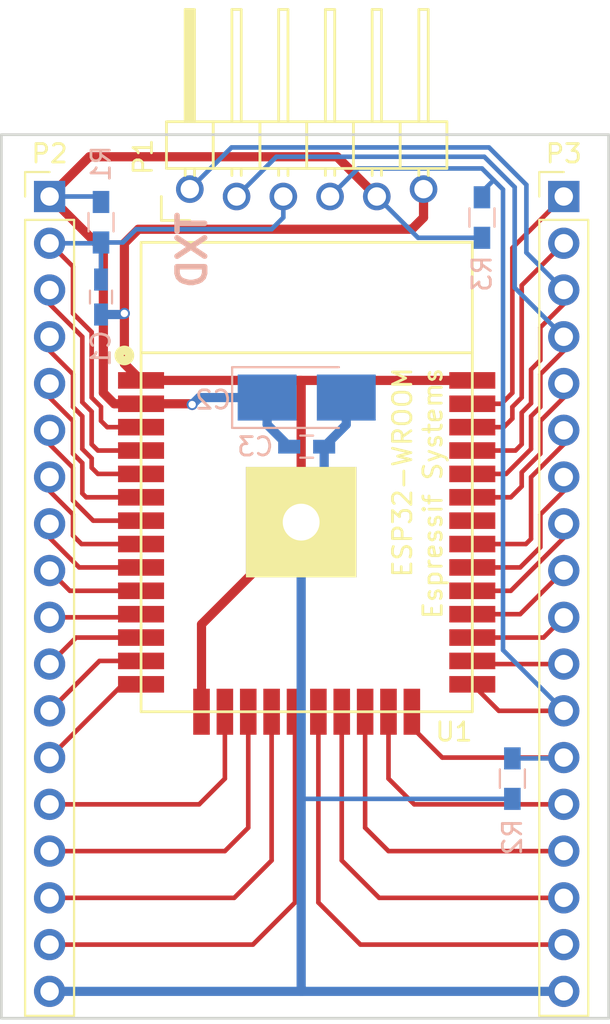
<source format=kicad_pcb>
(kicad_pcb (version 4) (host pcbnew 4.0.6)

  (general
    (links 57)
    (no_connects 0)
    (area 129.586667 75.484999 167.593334 132.945)
    (thickness 1.6)
    (drawings 5)
    (tracks 217)
    (zones 0)
    (modules 10)
    (nets 37)
  )

  (page A4)
  (layers
    (0 F.Cu signal)
    (31 B.Cu signal)
    (32 B.Adhes user)
    (33 F.Adhes user)
    (34 B.Paste user)
    (35 F.Paste user)
    (36 B.SilkS user)
    (37 F.SilkS user)
    (38 B.Mask user)
    (39 F.Mask user)
    (40 Dwgs.User user)
    (41 Cmts.User user)
    (42 Eco1.User user)
    (43 Eco2.User user)
    (44 Edge.Cuts user)
    (45 Margin user)
    (46 B.CrtYd user)
    (47 F.CrtYd user)
    (48 B.Fab user)
    (49 F.Fab user)
  )

  (setup
    (last_trace_width 0.25)
    (user_trace_width 0.5)
    (user_trace_width 1)
    (user_trace_width 1.5)
    (trace_clearance 0.2)
    (zone_clearance 0.508)
    (zone_45_only no)
    (trace_min 0.2)
    (segment_width 0.2)
    (edge_width 0.15)
    (via_size 0.6)
    (via_drill 0.4)
    (via_min_size 0.4)
    (via_min_drill 0.3)
    (uvia_size 0.3)
    (uvia_drill 0.1)
    (uvias_allowed no)
    (uvia_min_size 0.2)
    (uvia_min_drill 0.1)
    (pcb_text_width 0.3)
    (pcb_text_size 1.5 1.5)
    (mod_edge_width 0.15)
    (mod_text_size 1 1)
    (mod_text_width 0.15)
    (pad_size 6 6)
    (pad_drill 2)
    (pad_to_mask_clearance 0.2)
    (aux_axis_origin 0 0)
    (visible_elements 7FFFFFFF)
    (pcbplotparams
      (layerselection 0x00030_80000001)
      (usegerberextensions false)
      (excludeedgelayer true)
      (linewidth 0.100000)
      (plotframeref false)
      (viasonmask false)
      (mode 1)
      (useauxorigin false)
      (hpglpennumber 1)
      (hpglpenspeed 20)
      (hpglpendiameter 15)
      (hpglpenoverlay 2)
      (psnegative false)
      (psa4output false)
      (plotreference true)
      (plotvalue true)
      (plotinvisibletext false)
      (padsonsilk false)
      (subtractmaskfromsilk false)
      (outputformat 1)
      (mirror false)
      (drillshape 1)
      (scaleselection 1)
      (outputdirectory ""))
  )

  (net 0 "")
  (net 1 ~RST)
  (net 2 GND)
  (net 3 VCC)
  (net 4 TXD)
  (net 5 RXD)
  (net 6 ~FLASH)
  (net 7 "Net-(P2-Pad3)")
  (net 8 "Net-(P2-Pad4)")
  (net 9 "Net-(P2-Pad5)")
  (net 10 "Net-(P2-Pad6)")
  (net 11 "Net-(P2-Pad7)")
  (net 12 "Net-(P2-Pad8)")
  (net 13 "Net-(P2-Pad9)")
  (net 14 "Net-(P2-Pad10)")
  (net 15 "Net-(P2-Pad11)")
  (net 16 "Net-(P2-Pad12)")
  (net 17 "Net-(P2-Pad13)")
  (net 18 "Net-(P2-Pad14)")
  (net 19 "Net-(P2-Pad15)")
  (net 20 "Net-(P2-Pad16)")
  (net 21 "Net-(P2-Pad17)")
  (net 22 "Net-(P3-Pad1)")
  (net 23 "Net-(P3-Pad2)")
  (net 24 "Net-(P3-Pad5)")
  (net 25 "Net-(P3-Pad6)")
  (net 26 "Net-(P3-Pad7)")
  (net 27 "Net-(P3-Pad8)")
  (net 28 "Net-(P3-Pad9)")
  (net 29 "Net-(P3-Pad10)")
  (net 30 "Net-(P3-Pad11)")
  (net 31 "Net-(P3-Pad13)")
  (net 32 "Net-(P3-Pad14)")
  (net 33 "Net-(P3-Pad15)")
  (net 34 "Net-(P3-Pad16)")
  (net 35 "Net-(P3-Pad17)")
  (net 36 "Net-(U1-Pad32)")

  (net_class Default "This is the default net class."
    (clearance 0.2)
    (trace_width 0.25)
    (via_dia 0.6)
    (via_drill 0.4)
    (uvia_dia 0.3)
    (uvia_drill 0.1)
    (add_net GND)
    (add_net "Net-(P2-Pad10)")
    (add_net "Net-(P2-Pad11)")
    (add_net "Net-(P2-Pad12)")
    (add_net "Net-(P2-Pad13)")
    (add_net "Net-(P2-Pad14)")
    (add_net "Net-(P2-Pad15)")
    (add_net "Net-(P2-Pad16)")
    (add_net "Net-(P2-Pad17)")
    (add_net "Net-(P2-Pad3)")
    (add_net "Net-(P2-Pad4)")
    (add_net "Net-(P2-Pad5)")
    (add_net "Net-(P2-Pad6)")
    (add_net "Net-(P2-Pad7)")
    (add_net "Net-(P2-Pad8)")
    (add_net "Net-(P2-Pad9)")
    (add_net "Net-(P3-Pad1)")
    (add_net "Net-(P3-Pad10)")
    (add_net "Net-(P3-Pad11)")
    (add_net "Net-(P3-Pad13)")
    (add_net "Net-(P3-Pad14)")
    (add_net "Net-(P3-Pad15)")
    (add_net "Net-(P3-Pad16)")
    (add_net "Net-(P3-Pad17)")
    (add_net "Net-(P3-Pad2)")
    (add_net "Net-(P3-Pad5)")
    (add_net "Net-(P3-Pad6)")
    (add_net "Net-(P3-Pad7)")
    (add_net "Net-(P3-Pad8)")
    (add_net "Net-(P3-Pad9)")
    (add_net "Net-(U1-Pad32)")
    (add_net RXD)
    (add_net TXD)
    (add_net VCC)
    (add_net ~FLASH)
    (add_net ~RST)
  )

  (module Capacitors_SMD:C_0603_HandSoldering (layer B.Cu) (tedit 59927705) (tstamp 58DF828B)
    (at 137.414 91.821 270)
    (descr "Capacitor SMD 0603, hand soldering")
    (tags "capacitor 0603")
    (path /58D8B91A)
    (attr smd)
    (fp_text reference C1 (at 2.794 0 270) (layer B.SilkS)
      (effects (font (size 1 1) (thickness 0.15)) (justify mirror))
    )
    (fp_text value 1nF (at 0 -1.5 270) (layer B.Fab) hide
      (effects (font (size 1 1) (thickness 0.15)) (justify mirror))
    )
    (fp_text user %R (at 0 1.25 270) (layer B.Fab) hide
      (effects (font (size 1 1) (thickness 0.15)) (justify mirror))
    )
    (fp_line (start -0.8 -0.4) (end -0.8 0.4) (layer B.Fab) (width 0.1))
    (fp_line (start 0.8 -0.4) (end -0.8 -0.4) (layer B.Fab) (width 0.1))
    (fp_line (start 0.8 0.4) (end 0.8 -0.4) (layer B.Fab) (width 0.1))
    (fp_line (start -0.8 0.4) (end 0.8 0.4) (layer B.Fab) (width 0.1))
    (fp_line (start -0.35 0.6) (end 0.35 0.6) (layer B.SilkS) (width 0.12))
    (fp_line (start 0.35 -0.6) (end -0.35 -0.6) (layer B.SilkS) (width 0.12))
    (fp_line (start -1.8 0.65) (end 1.8 0.65) (layer B.CrtYd) (width 0.05))
    (fp_line (start -1.8 0.65) (end -1.8 -0.65) (layer B.CrtYd) (width 0.05))
    (fp_line (start 1.8 -0.65) (end 1.8 0.65) (layer B.CrtYd) (width 0.05))
    (fp_line (start 1.8 -0.65) (end -1.8 -0.65) (layer B.CrtYd) (width 0.05))
    (pad 1 smd rect (at -0.95 0 270) (size 1.2 0.75) (layers B.Cu B.Paste B.Mask)
      (net 1 ~RST))
    (pad 2 smd rect (at 0.95 0 270) (size 1.2 0.75) (layers B.Cu B.Paste B.Mask)
      (net 2 GND))
    (model Capacitors_SMD.3dshapes/C_0603.wrl
      (at (xyz 0 0 0))
      (scale (xyz 1 1 1))
      (rotate (xyz 0 0 0))
    )
  )

  (module Capacitors_Tantalum_SMD:CP_Tantalum_Case-B_EIA-3528-21_Hand (layer B.Cu) (tedit 59927676) (tstamp 58DF8291)
    (at 148.59 97.282)
    (descr "Tantalum capacitor, Case B, EIA 3528-21, 3.5x2.8x1.9mm, Hand soldering footprint")
    (tags "capacitor tantalum smd")
    (path /58D8C709)
    (attr smd)
    (fp_text reference C2 (at -5.08 0.127) (layer B.SilkS)
      (effects (font (size 1 1) (thickness 0.15)) (justify mirror))
    )
    (fp_text value 100uF/6.3V (at 0 -3.15) (layer B.Fab) hide
      (effects (font (size 1 1) (thickness 0.15)) (justify mirror))
    )
    (fp_line (start -4.15 1.75) (end -4.15 -1.75) (layer B.CrtYd) (width 0.05))
    (fp_line (start -4.15 -1.75) (end 4.15 -1.75) (layer B.CrtYd) (width 0.05))
    (fp_line (start 4.15 -1.75) (end 4.15 1.75) (layer B.CrtYd) (width 0.05))
    (fp_line (start 4.15 1.75) (end -4.15 1.75) (layer B.CrtYd) (width 0.05))
    (fp_line (start -1.75 1.4) (end -1.75 -1.4) (layer B.Fab) (width 0.1))
    (fp_line (start -1.75 -1.4) (end 1.75 -1.4) (layer B.Fab) (width 0.1))
    (fp_line (start 1.75 -1.4) (end 1.75 1.4) (layer B.Fab) (width 0.1))
    (fp_line (start 1.75 1.4) (end -1.75 1.4) (layer B.Fab) (width 0.1))
    (fp_line (start -1.4 1.4) (end -1.4 -1.4) (layer B.Fab) (width 0.1))
    (fp_line (start -1.225 1.4) (end -1.225 -1.4) (layer B.Fab) (width 0.1))
    (fp_line (start -4.05 1.65) (end 1.75 1.65) (layer B.SilkS) (width 0.12))
    (fp_line (start -4.05 -1.65) (end 1.75 -1.65) (layer B.SilkS) (width 0.12))
    (fp_line (start -4.05 1.65) (end -4.05 -1.65) (layer B.SilkS) (width 0.12))
    (pad 1 smd rect (at -2.15 0) (size 3.2 2.5) (layers B.Cu B.Paste B.Mask)
      (net 3 VCC))
    (pad 2 smd rect (at 2.15 0) (size 3.2 2.5) (layers B.Cu B.Paste B.Mask)
      (net 2 GND))
    (model Capacitors_Tantalum_SMD.3dshapes/CP_Tantalum_Case-B_EIA-3528-21.wrl
      (at (xyz 0 0 0))
      (scale (xyz 1 1 1))
      (rotate (xyz 0 0 0))
    )
  )

  (module Capacitors_SMD:C_0603_HandSoldering (layer B.Cu) (tedit 59927652) (tstamp 58DF8297)
    (at 148.59 99.949)
    (descr "Capacitor SMD 0603, hand soldering")
    (tags "capacitor 0603")
    (path /58D8C6B4)
    (attr smd)
    (fp_text reference C3 (at -2.794 0) (layer B.SilkS)
      (effects (font (size 1 1) (thickness 0.15)) (justify mirror))
    )
    (fp_text value 1uF (at 0 -1.5) (layer B.Fab) hide
      (effects (font (size 1 1) (thickness 0.15)) (justify mirror))
    )
    (fp_text user %R (at -5.588 1.397) (layer B.Fab) hide
      (effects (font (size 1 1) (thickness 0.15)) (justify mirror))
    )
    (fp_line (start -0.8 -0.4) (end -0.8 0.4) (layer B.Fab) (width 0.1))
    (fp_line (start 0.8 -0.4) (end -0.8 -0.4) (layer B.Fab) (width 0.1))
    (fp_line (start 0.8 0.4) (end 0.8 -0.4) (layer B.Fab) (width 0.1))
    (fp_line (start -0.8 0.4) (end 0.8 0.4) (layer B.Fab) (width 0.1))
    (fp_line (start -0.35 0.6) (end 0.35 0.6) (layer B.SilkS) (width 0.12))
    (fp_line (start 0.35 -0.6) (end -0.35 -0.6) (layer B.SilkS) (width 0.12))
    (fp_line (start -1.8 0.65) (end 1.8 0.65) (layer B.CrtYd) (width 0.05))
    (fp_line (start -1.8 0.65) (end -1.8 -0.65) (layer B.CrtYd) (width 0.05))
    (fp_line (start 1.8 -0.65) (end 1.8 0.65) (layer B.CrtYd) (width 0.05))
    (fp_line (start 1.8 -0.65) (end -1.8 -0.65) (layer B.CrtYd) (width 0.05))
    (pad 1 smd rect (at -0.95 0) (size 1.2 0.75) (layers B.Cu B.Paste B.Mask)
      (net 3 VCC))
    (pad 2 smd rect (at 0.95 0) (size 1.2 0.75) (layers B.Cu B.Paste B.Mask)
      (net 2 GND))
    (model Capacitors_SMD.3dshapes/C_0603.wrl
      (at (xyz 0 0 0))
      (scale (xyz 1 1 1))
      (rotate (xyz 0 0 0))
    )
  )

  (module suf_connector_misc:ESP_ISP (layer F.Cu) (tedit 599278BB) (tstamp 58DF82E2)
    (at 142.24 86.36 90)
    (descr "Through hole pin header")
    (tags "pin header")
    (path /58D65D4B)
    (fp_text reference P1 (at 2.159 -2.54 90) (layer F.SilkS)
      (effects (font (size 1 1) (thickness 0.15)))
    )
    (fp_text value ISP (at 2.032 15.24 90) (layer F.Fab)
      (effects (font (size 1 1) (thickness 0.15)))
    )
    (fp_line (start -1.5 -1.75) (end -1.5 14.45) (layer F.CrtYd) (width 0.05))
    (fp_line (start 10.65 -1.75) (end 10.65 14.45) (layer F.CrtYd) (width 0.05))
    (fp_line (start -1.5 -1.75) (end 10.65 -1.75) (layer F.CrtYd) (width 0.05))
    (fp_line (start -1.5 14.45) (end 10.65 14.45) (layer F.CrtYd) (width 0.05))
    (fp_line (start -1.3 -1.55) (end -1.3 0) (layer F.SilkS) (width 0.15))
    (fp_line (start 0 -1.55) (end -1.3 -1.55) (layer F.SilkS) (width 0.15))
    (fp_line (start 4.191 -0.127) (end 10.033 -0.127) (layer F.SilkS) (width 0.15))
    (fp_line (start 10.033 -0.127) (end 10.033 0.127) (layer F.SilkS) (width 0.15))
    (fp_line (start 10.033 0.127) (end 4.191 0.127) (layer F.SilkS) (width 0.15))
    (fp_line (start 4.191 0.127) (end 4.191 0) (layer F.SilkS) (width 0.15))
    (fp_line (start 4.191 0) (end 10.033 0) (layer F.SilkS) (width 0.15))
    (fp_line (start 1.524 -0.254) (end 1.143 -0.254) (layer F.SilkS) (width 0.15))
    (fp_line (start 1.524 0.254) (end 1.143 0.254) (layer F.SilkS) (width 0.15))
    (fp_line (start 1.524 2.286) (end 1.143 2.286) (layer F.SilkS) (width 0.15))
    (fp_line (start 1.524 2.794) (end 1.143 2.794) (layer F.SilkS) (width 0.15))
    (fp_line (start 1.524 4.826) (end 1.143 4.826) (layer F.SilkS) (width 0.15))
    (fp_line (start 1.524 5.334) (end 1.143 5.334) (layer F.SilkS) (width 0.15))
    (fp_line (start 1.524 12.954) (end 1.143 12.954) (layer F.SilkS) (width 0.15))
    (fp_line (start 1.524 12.446) (end 1.143 12.446) (layer F.SilkS) (width 0.15))
    (fp_line (start 1.524 10.414) (end 1.143 10.414) (layer F.SilkS) (width 0.15))
    (fp_line (start 1.524 9.906) (end 1.143 9.906) (layer F.SilkS) (width 0.15))
    (fp_line (start 1.524 7.874) (end 1.143 7.874) (layer F.SilkS) (width 0.15))
    (fp_line (start 1.524 7.366) (end 1.143 7.366) (layer F.SilkS) (width 0.15))
    (fp_line (start 1.524 -1.27) (end 4.064 -1.27) (layer F.SilkS) (width 0.15))
    (fp_line (start 1.524 1.27) (end 4.064 1.27) (layer F.SilkS) (width 0.15))
    (fp_line (start 1.524 1.27) (end 1.524 3.81) (layer F.SilkS) (width 0.15))
    (fp_line (start 1.524 3.81) (end 4.064 3.81) (layer F.SilkS) (width 0.15))
    (fp_line (start 4.064 2.286) (end 10.16 2.286) (layer F.SilkS) (width 0.15))
    (fp_line (start 10.16 2.286) (end 10.16 2.794) (layer F.SilkS) (width 0.15))
    (fp_line (start 10.16 2.794) (end 4.064 2.794) (layer F.SilkS) (width 0.15))
    (fp_line (start 4.064 3.81) (end 4.064 1.27) (layer F.SilkS) (width 0.15))
    (fp_line (start 4.064 1.27) (end 4.064 -1.27) (layer F.SilkS) (width 0.15))
    (fp_line (start 10.16 0.254) (end 4.064 0.254) (layer F.SilkS) (width 0.15))
    (fp_line (start 10.16 -0.254) (end 10.16 0.254) (layer F.SilkS) (width 0.15))
    (fp_line (start 4.064 -0.254) (end 10.16 -0.254) (layer F.SilkS) (width 0.15))
    (fp_line (start 1.524 1.27) (end 4.064 1.27) (layer F.SilkS) (width 0.15))
    (fp_line (start 1.524 -1.27) (end 1.524 1.27) (layer F.SilkS) (width 0.15))
    (fp_line (start 1.524 8.89) (end 4.064 8.89) (layer F.SilkS) (width 0.15))
    (fp_line (start 1.524 8.89) (end 1.524 11.43) (layer F.SilkS) (width 0.15))
    (fp_line (start 1.524 11.43) (end 4.064 11.43) (layer F.SilkS) (width 0.15))
    (fp_line (start 4.064 9.906) (end 10.16 9.906) (layer F.SilkS) (width 0.15))
    (fp_line (start 10.16 9.906) (end 10.16 10.414) (layer F.SilkS) (width 0.15))
    (fp_line (start 10.16 10.414) (end 4.064 10.414) (layer F.SilkS) (width 0.15))
    (fp_line (start 4.064 11.43) (end 4.064 8.89) (layer F.SilkS) (width 0.15))
    (fp_line (start 4.064 13.97) (end 4.064 11.43) (layer F.SilkS) (width 0.15))
    (fp_line (start 10.16 12.954) (end 4.064 12.954) (layer F.SilkS) (width 0.15))
    (fp_line (start 10.16 12.446) (end 10.16 12.954) (layer F.SilkS) (width 0.15))
    (fp_line (start 4.064 12.446) (end 10.16 12.446) (layer F.SilkS) (width 0.15))
    (fp_line (start 1.524 13.97) (end 4.064 13.97) (layer F.SilkS) (width 0.15))
    (fp_line (start 1.524 11.43) (end 1.524 13.97) (layer F.SilkS) (width 0.15))
    (fp_line (start 1.524 11.43) (end 4.064 11.43) (layer F.SilkS) (width 0.15))
    (fp_line (start 1.524 6.35) (end 4.064 6.35) (layer F.SilkS) (width 0.15))
    (fp_line (start 1.524 6.35) (end 1.524 8.89) (layer F.SilkS) (width 0.15))
    (fp_line (start 1.524 8.89) (end 4.064 8.89) (layer F.SilkS) (width 0.15))
    (fp_line (start 4.064 7.366) (end 10.16 7.366) (layer F.SilkS) (width 0.15))
    (fp_line (start 10.16 7.366) (end 10.16 7.874) (layer F.SilkS) (width 0.15))
    (fp_line (start 10.16 7.874) (end 4.064 7.874) (layer F.SilkS) (width 0.15))
    (fp_line (start 4.064 8.89) (end 4.064 6.35) (layer F.SilkS) (width 0.15))
    (fp_line (start 4.064 6.35) (end 4.064 3.81) (layer F.SilkS) (width 0.15))
    (fp_line (start 10.16 5.334) (end 4.064 5.334) (layer F.SilkS) (width 0.15))
    (fp_line (start 10.16 4.826) (end 10.16 5.334) (layer F.SilkS) (width 0.15))
    (fp_line (start 4.064 4.826) (end 10.16 4.826) (layer F.SilkS) (width 0.15))
    (fp_line (start 1.524 6.35) (end 4.064 6.35) (layer F.SilkS) (width 0.15))
    (fp_line (start 1.524 3.81) (end 1.524 6.35) (layer F.SilkS) (width 0.15))
    (fp_line (start 1.524 3.81) (end 4.064 3.81) (layer F.SilkS) (width 0.15))
    (pad 1 thru_hole circle (at 0.4 0 90) (size 1.5 1.5) (drill 1) (layers *.Cu *.Mask)
      (net 4 TXD))
    (pad 2 thru_hole circle (at 0 2.54 90) (size 1.5 1.5) (drill 1) (layers *.Cu *.Mask)
      (net 5 RXD))
    (pad 3 thru_hole circle (at 0 5.08 90) (size 1.5 1.5) (drill 1) (layers *.Cu *.Mask)
      (net 1 ~RST))
    (pad 4 thru_hole circle (at 0 7.62 90) (size 1.5 1.5) (drill 1) (layers *.Cu *.Mask)
      (net 6 ~FLASH))
    (pad 5 thru_hole circle (at 0 10.16 90) (size 1.5 1.5) (drill 1) (layers *.Cu *.Mask)
      (net 3 VCC))
    (pad 6 thru_hole circle (at 0.4 12.7 90) (size 1.5 1.5) (drill 1) (layers *.Cu *.Mask)
      (net 2 GND))
    (model Pin_Headers.3dshapes/Pin_Header_Angled_1x06.wrl
      (at (xyz 0 -0.25 0))
      (scale (xyz 1 1 1))
      (rotate (xyz 0 0 90))
    )
  )

  (module Pin_Headers:Pin_Header_Straight_1x18_Pitch2.54mm (layer F.Cu) (tedit 599275E9) (tstamp 58DF82F8)
    (at 134.62 86.36)
    (descr "Through hole straight pin header, 1x18, 2.54mm pitch, single row")
    (tags "Through hole pin header THT 1x18 2.54mm single row")
    (path /58D66096)
    (fp_text reference P2 (at 0 -2.33) (layer F.SilkS)
      (effects (font (size 1 1) (thickness 0.15)))
    )
    (fp_text value CONN_01X18 (at 0 45.51) (layer F.Fab) hide
      (effects (font (size 1 1) (thickness 0.15)))
    )
    (fp_line (start -1.27 -1.27) (end -1.27 44.45) (layer F.Fab) (width 0.1))
    (fp_line (start -1.27 44.45) (end 1.27 44.45) (layer F.Fab) (width 0.1))
    (fp_line (start 1.27 44.45) (end 1.27 -1.27) (layer F.Fab) (width 0.1))
    (fp_line (start 1.27 -1.27) (end -1.27 -1.27) (layer F.Fab) (width 0.1))
    (fp_line (start -1.33 1.27) (end -1.33 44.51) (layer F.SilkS) (width 0.12))
    (fp_line (start -1.33 44.51) (end 1.33 44.51) (layer F.SilkS) (width 0.12))
    (fp_line (start 1.33 44.51) (end 1.33 1.27) (layer F.SilkS) (width 0.12))
    (fp_line (start 1.33 1.27) (end -1.33 1.27) (layer F.SilkS) (width 0.12))
    (fp_line (start -1.33 0) (end -1.33 -1.33) (layer F.SilkS) (width 0.12))
    (fp_line (start -1.33 -1.33) (end 0 -1.33) (layer F.SilkS) (width 0.12))
    (fp_line (start -1.8 -1.8) (end -1.8 44.95) (layer F.CrtYd) (width 0.05))
    (fp_line (start -1.8 44.95) (end 1.8 44.95) (layer F.CrtYd) (width 0.05))
    (fp_line (start 1.8 44.95) (end 1.8 -1.8) (layer F.CrtYd) (width 0.05))
    (fp_line (start 1.8 -1.8) (end -1.8 -1.8) (layer F.CrtYd) (width 0.05))
    (fp_text user %R (at 0 -2.33) (layer F.Fab)
      (effects (font (size 1 1) (thickness 0.15)))
    )
    (pad 1 thru_hole rect (at 0 0) (size 1.7 1.7) (drill 1) (layers *.Cu *.Mask)
      (net 3 VCC))
    (pad 2 thru_hole oval (at 0 2.54) (size 1.7 1.7) (drill 1) (layers *.Cu *.Mask)
      (net 1 ~RST))
    (pad 3 thru_hole oval (at 0 5.08) (size 1.7 1.7) (drill 1) (layers *.Cu *.Mask)
      (net 7 "Net-(P2-Pad3)"))
    (pad 4 thru_hole oval (at 0 7.62) (size 1.7 1.7) (drill 1) (layers *.Cu *.Mask)
      (net 8 "Net-(P2-Pad4)"))
    (pad 5 thru_hole oval (at 0 10.16) (size 1.7 1.7) (drill 1) (layers *.Cu *.Mask)
      (net 9 "Net-(P2-Pad5)"))
    (pad 6 thru_hole oval (at 0 12.7) (size 1.7 1.7) (drill 1) (layers *.Cu *.Mask)
      (net 10 "Net-(P2-Pad6)"))
    (pad 7 thru_hole oval (at 0 15.24) (size 1.7 1.7) (drill 1) (layers *.Cu *.Mask)
      (net 11 "Net-(P2-Pad7)"))
    (pad 8 thru_hole oval (at 0 17.78) (size 1.7 1.7) (drill 1) (layers *.Cu *.Mask)
      (net 12 "Net-(P2-Pad8)"))
    (pad 9 thru_hole oval (at 0 20.32) (size 1.7 1.7) (drill 1) (layers *.Cu *.Mask)
      (net 13 "Net-(P2-Pad9)"))
    (pad 10 thru_hole oval (at 0 22.86) (size 1.7 1.7) (drill 1) (layers *.Cu *.Mask)
      (net 14 "Net-(P2-Pad10)"))
    (pad 11 thru_hole oval (at 0 25.4) (size 1.7 1.7) (drill 1) (layers *.Cu *.Mask)
      (net 15 "Net-(P2-Pad11)"))
    (pad 12 thru_hole oval (at 0 27.94) (size 1.7 1.7) (drill 1) (layers *.Cu *.Mask)
      (net 16 "Net-(P2-Pad12)"))
    (pad 13 thru_hole oval (at 0 30.48) (size 1.7 1.7) (drill 1) (layers *.Cu *.Mask)
      (net 17 "Net-(P2-Pad13)"))
    (pad 14 thru_hole oval (at 0 33.02) (size 1.7 1.7) (drill 1) (layers *.Cu *.Mask)
      (net 18 "Net-(P2-Pad14)"))
    (pad 15 thru_hole oval (at 0 35.56) (size 1.7 1.7) (drill 1) (layers *.Cu *.Mask)
      (net 19 "Net-(P2-Pad15)"))
    (pad 16 thru_hole oval (at 0 38.1) (size 1.7 1.7) (drill 1) (layers *.Cu *.Mask)
      (net 20 "Net-(P2-Pad16)"))
    (pad 17 thru_hole oval (at 0 40.64) (size 1.7 1.7) (drill 1) (layers *.Cu *.Mask)
      (net 21 "Net-(P2-Pad17)"))
    (pad 18 thru_hole oval (at 0 43.18) (size 1.7 1.7) (drill 1) (layers *.Cu *.Mask)
      (net 2 GND))
    (model ${KISYS3DMOD}/Pin_Headers.3dshapes/Pin_Header_Straight_1x18_Pitch2.54mm.wrl
      (at (xyz 0 -0.85 0))
      (scale (xyz 1 1 1))
      (rotate (xyz 0 0 90))
    )
  )

  (module Pin_Headers:Pin_Header_Straight_1x18_Pitch2.54mm (layer F.Cu) (tedit 599275F2) (tstamp 58DF830E)
    (at 162.56 86.36)
    (descr "Through hole straight pin header, 1x18, 2.54mm pitch, single row")
    (tags "Through hole pin header THT 1x18 2.54mm single row")
    (path /58D663E3)
    (fp_text reference P3 (at 0 -2.33) (layer F.SilkS)
      (effects (font (size 1 1) (thickness 0.15)))
    )
    (fp_text value CONN_01X18 (at 0 45.51) (layer F.Fab) hide
      (effects (font (size 1 1) (thickness 0.15)))
    )
    (fp_line (start -1.27 -1.27) (end -1.27 44.45) (layer F.Fab) (width 0.1))
    (fp_line (start -1.27 44.45) (end 1.27 44.45) (layer F.Fab) (width 0.1))
    (fp_line (start 1.27 44.45) (end 1.27 -1.27) (layer F.Fab) (width 0.1))
    (fp_line (start 1.27 -1.27) (end -1.27 -1.27) (layer F.Fab) (width 0.1))
    (fp_line (start -1.33 1.27) (end -1.33 44.51) (layer F.SilkS) (width 0.12))
    (fp_line (start -1.33 44.51) (end 1.33 44.51) (layer F.SilkS) (width 0.12))
    (fp_line (start 1.33 44.51) (end 1.33 1.27) (layer F.SilkS) (width 0.12))
    (fp_line (start 1.33 1.27) (end -1.33 1.27) (layer F.SilkS) (width 0.12))
    (fp_line (start -1.33 0) (end -1.33 -1.33) (layer F.SilkS) (width 0.12))
    (fp_line (start -1.33 -1.33) (end 0 -1.33) (layer F.SilkS) (width 0.12))
    (fp_line (start -1.8 -1.8) (end -1.8 44.95) (layer F.CrtYd) (width 0.05))
    (fp_line (start -1.8 44.95) (end 1.8 44.95) (layer F.CrtYd) (width 0.05))
    (fp_line (start 1.8 44.95) (end 1.8 -1.8) (layer F.CrtYd) (width 0.05))
    (fp_line (start 1.8 -1.8) (end -1.8 -1.8) (layer F.CrtYd) (width 0.05))
    (fp_text user %R (at 0 -2.33) (layer F.Fab)
      (effects (font (size 1 1) (thickness 0.15)))
    )
    (pad 1 thru_hole rect (at 0 0) (size 1.7 1.7) (drill 1) (layers *.Cu *.Mask)
      (net 22 "Net-(P3-Pad1)"))
    (pad 2 thru_hole oval (at 0 2.54) (size 1.7 1.7) (drill 1) (layers *.Cu *.Mask)
      (net 23 "Net-(P3-Pad2)"))
    (pad 3 thru_hole oval (at 0 5.08) (size 1.7 1.7) (drill 1) (layers *.Cu *.Mask)
      (net 4 TXD))
    (pad 4 thru_hole oval (at 0 7.62) (size 1.7 1.7) (drill 1) (layers *.Cu *.Mask)
      (net 5 RXD))
    (pad 5 thru_hole oval (at 0 10.16) (size 1.7 1.7) (drill 1) (layers *.Cu *.Mask)
      (net 24 "Net-(P3-Pad5)"))
    (pad 6 thru_hole oval (at 0 12.7) (size 1.7 1.7) (drill 1) (layers *.Cu *.Mask)
      (net 25 "Net-(P3-Pad6)"))
    (pad 7 thru_hole oval (at 0 15.24) (size 1.7 1.7) (drill 1) (layers *.Cu *.Mask)
      (net 26 "Net-(P3-Pad7)"))
    (pad 8 thru_hole oval (at 0 17.78) (size 1.7 1.7) (drill 1) (layers *.Cu *.Mask)
      (net 27 "Net-(P3-Pad8)"))
    (pad 9 thru_hole oval (at 0 20.32) (size 1.7 1.7) (drill 1) (layers *.Cu *.Mask)
      (net 28 "Net-(P3-Pad9)"))
    (pad 10 thru_hole oval (at 0 22.86) (size 1.7 1.7) (drill 1) (layers *.Cu *.Mask)
      (net 29 "Net-(P3-Pad10)"))
    (pad 11 thru_hole oval (at 0 25.4) (size 1.7 1.7) (drill 1) (layers *.Cu *.Mask)
      (net 30 "Net-(P3-Pad11)"))
    (pad 12 thru_hole oval (at 0 27.94) (size 1.7 1.7) (drill 1) (layers *.Cu *.Mask)
      (net 6 ~FLASH))
    (pad 13 thru_hole oval (at 0 30.48) (size 1.7 1.7) (drill 1) (layers *.Cu *.Mask)
      (net 31 "Net-(P3-Pad13)"))
    (pad 14 thru_hole oval (at 0 33.02) (size 1.7 1.7) (drill 1) (layers *.Cu *.Mask)
      (net 32 "Net-(P3-Pad14)"))
    (pad 15 thru_hole oval (at 0 35.56) (size 1.7 1.7) (drill 1) (layers *.Cu *.Mask)
      (net 33 "Net-(P3-Pad15)"))
    (pad 16 thru_hole oval (at 0 38.1) (size 1.7 1.7) (drill 1) (layers *.Cu *.Mask)
      (net 34 "Net-(P3-Pad16)"))
    (pad 17 thru_hole oval (at 0 40.64) (size 1.7 1.7) (drill 1) (layers *.Cu *.Mask)
      (net 35 "Net-(P3-Pad17)"))
    (pad 18 thru_hole oval (at 0 43.18) (size 1.7 1.7) (drill 1) (layers *.Cu *.Mask)
      (net 2 GND))
    (model ${KISYS3DMOD}/Pin_Headers.3dshapes/Pin_Header_Straight_1x18_Pitch2.54mm.wrl
      (at (xyz 0 -0.85 0))
      (scale (xyz 1 1 1))
      (rotate (xyz 0 0 90))
    )
  )

  (module Resistors_SMD:R_0603_HandSoldering (layer B.Cu) (tedit 599276DC) (tstamp 58DF8314)
    (at 137.414 87.757 270)
    (descr "Resistor SMD 0603, hand soldering")
    (tags "resistor 0603")
    (path /58D8B863)
    (attr smd)
    (fp_text reference R1 (at -3.175 0 270) (layer B.SilkS)
      (effects (font (size 1 1) (thickness 0.15)) (justify mirror))
    )
    (fp_text value 12K (at 0 -1.55 270) (layer B.Fab) hide
      (effects (font (size 1 1) (thickness 0.15)) (justify mirror))
    )
    (fp_text user %R (at 0 1.45 270) (layer B.Fab) hide
      (effects (font (size 1 1) (thickness 0.15)) (justify mirror))
    )
    (fp_line (start -0.8 -0.4) (end -0.8 0.4) (layer B.Fab) (width 0.1))
    (fp_line (start 0.8 -0.4) (end -0.8 -0.4) (layer B.Fab) (width 0.1))
    (fp_line (start 0.8 0.4) (end 0.8 -0.4) (layer B.Fab) (width 0.1))
    (fp_line (start -0.8 0.4) (end 0.8 0.4) (layer B.Fab) (width 0.1))
    (fp_line (start 0.5 -0.68) (end -0.5 -0.68) (layer B.SilkS) (width 0.12))
    (fp_line (start -0.5 0.68) (end 0.5 0.68) (layer B.SilkS) (width 0.12))
    (fp_line (start -1.96 0.7) (end 1.95 0.7) (layer B.CrtYd) (width 0.05))
    (fp_line (start -1.96 0.7) (end -1.96 -0.7) (layer B.CrtYd) (width 0.05))
    (fp_line (start 1.95 -0.7) (end 1.95 0.7) (layer B.CrtYd) (width 0.05))
    (fp_line (start 1.95 -0.7) (end -1.96 -0.7) (layer B.CrtYd) (width 0.05))
    (pad 1 smd rect (at -1.1 0 270) (size 1.2 0.9) (layers B.Cu B.Paste B.Mask)
      (net 3 VCC))
    (pad 2 smd rect (at 1.1 0 270) (size 1.2 0.9) (layers B.Cu B.Paste B.Mask)
      (net 1 ~RST))
    (model Resistors_SMD.3dshapes/R_0603.wrl
      (at (xyz 0 0 0))
      (scale (xyz 1 1 1))
      (rotate (xyz 0 0 0))
    )
  )

  (module Resistors_SMD:R_0603_HandSoldering (layer B.Cu) (tedit 59927747) (tstamp 58DF831A)
    (at 159.766 117.983 270)
    (descr "Resistor SMD 0603, hand soldering")
    (tags "resistor 0603")
    (path /58D8B79C)
    (attr smd)
    (fp_text reference R2 (at 3.175 0 270) (layer B.SilkS)
      (effects (font (size 1 1) (thickness 0.15)) (justify mirror))
    )
    (fp_text value 5.1K (at 0 -1.55 270) (layer B.Fab) hide
      (effects (font (size 1 1) (thickness 0.15)) (justify mirror))
    )
    (fp_text user %R (at 0 1.45 270) (layer B.Fab) hide
      (effects (font (size 1 1) (thickness 0.15)) (justify mirror))
    )
    (fp_line (start -0.8 -0.4) (end -0.8 0.4) (layer B.Fab) (width 0.1))
    (fp_line (start 0.8 -0.4) (end -0.8 -0.4) (layer B.Fab) (width 0.1))
    (fp_line (start 0.8 0.4) (end 0.8 -0.4) (layer B.Fab) (width 0.1))
    (fp_line (start -0.8 0.4) (end 0.8 0.4) (layer B.Fab) (width 0.1))
    (fp_line (start 0.5 -0.68) (end -0.5 -0.68) (layer B.SilkS) (width 0.12))
    (fp_line (start -0.5 0.68) (end 0.5 0.68) (layer B.SilkS) (width 0.12))
    (fp_line (start -1.96 0.7) (end 1.95 0.7) (layer B.CrtYd) (width 0.05))
    (fp_line (start -1.96 0.7) (end -1.96 -0.7) (layer B.CrtYd) (width 0.05))
    (fp_line (start 1.95 -0.7) (end 1.95 0.7) (layer B.CrtYd) (width 0.05))
    (fp_line (start 1.95 -0.7) (end -1.96 -0.7) (layer B.CrtYd) (width 0.05))
    (pad 1 smd rect (at -1.1 0 270) (size 1.2 0.9) (layers B.Cu B.Paste B.Mask)
      (net 31 "Net-(P3-Pad13)"))
    (pad 2 smd rect (at 1.1 0 270) (size 1.2 0.9) (layers B.Cu B.Paste B.Mask)
      (net 2 GND))
    (model Resistors_SMD.3dshapes/R_0603.wrl
      (at (xyz 0 0 0))
      (scale (xyz 1 1 1))
      (rotate (xyz 0 0 0))
    )
  )

  (module Resistors_SMD:R_0603_HandSoldering (layer B.Cu) (tedit 599276A3) (tstamp 58DF8320)
    (at 158.115 87.503 90)
    (descr "Resistor SMD 0603, hand soldering")
    (tags "resistor 0603")
    (path /58D8B6E6)
    (attr smd)
    (fp_text reference R3 (at -3.048 0 90) (layer B.SilkS)
      (effects (font (size 1 1) (thickness 0.15)) (justify mirror))
    )
    (fp_text value 5.1K (at 0 -1.55 90) (layer B.Fab) hide
      (effects (font (size 1 1) (thickness 0.15)) (justify mirror))
    )
    (fp_text user %R (at 0 1.45 90) (layer B.Fab) hide
      (effects (font (size 1 1) (thickness 0.15)) (justify mirror))
    )
    (fp_line (start -0.8 -0.4) (end -0.8 0.4) (layer B.Fab) (width 0.1))
    (fp_line (start 0.8 -0.4) (end -0.8 -0.4) (layer B.Fab) (width 0.1))
    (fp_line (start 0.8 0.4) (end 0.8 -0.4) (layer B.Fab) (width 0.1))
    (fp_line (start -0.8 0.4) (end 0.8 0.4) (layer B.Fab) (width 0.1))
    (fp_line (start 0.5 -0.68) (end -0.5 -0.68) (layer B.SilkS) (width 0.12))
    (fp_line (start -0.5 0.68) (end 0.5 0.68) (layer B.SilkS) (width 0.12))
    (fp_line (start -1.96 0.7) (end 1.95 0.7) (layer B.CrtYd) (width 0.05))
    (fp_line (start -1.96 0.7) (end -1.96 -0.7) (layer B.CrtYd) (width 0.05))
    (fp_line (start 1.95 -0.7) (end 1.95 0.7) (layer B.CrtYd) (width 0.05))
    (fp_line (start 1.95 -0.7) (end -1.96 -0.7) (layer B.CrtYd) (width 0.05))
    (pad 1 smd rect (at -1.1 0 90) (size 1.2 0.9) (layers B.Cu B.Paste B.Mask)
      (net 3 VCC))
    (pad 2 smd rect (at 1.1 0 90) (size 1.2 0.9) (layers B.Cu B.Paste B.Mask)
      (net 6 ~FLASH))
    (model Resistors_SMD.3dshapes/R_0603.wrl
      (at (xyz 0 0 0))
      (scale (xyz 1 1 1))
      (rotate (xyz 0 0 0))
    )
  )

  (module suf_module:ESP-WROOM-32 (layer F.Cu) (tedit 5992771F) (tstamp 58DF834B)
    (at 148.59 101.6 180)
    (path /58D65D0C)
    (fp_text reference U1 (at -8.001 -13.843 180) (layer F.SilkS)
      (effects (font (size 1 1) (thickness 0.15)))
    )
    (fp_text value ESP32-WROOM (at 3.937 -15.113 180) (layer F.Fab)
      (effects (font (size 1 1) (thickness 0.15)))
    )
    (fp_text user "Espressif Systems" (at -6.858 -0.889 270) (layer F.SilkS)
      (effects (font (size 1 1) (thickness 0.15)))
    )
    (fp_circle (center 9.906 6.604) (end 10.033 6.858) (layer F.SilkS) (width 0.5))
    (fp_text user ESP32-WROOM (at -5.207 0.254 270) (layer F.SilkS)
      (effects (font (size 1 1) (thickness 0.15)))
    )
    (fp_line (start -9 6.75) (end 9 6.75) (layer F.SilkS) (width 0.15))
    (fp_line (start 9 12.75) (end 9 -12.75) (layer F.SilkS) (width 0.15))
    (fp_line (start -9 12.75) (end -9 -12.75) (layer F.SilkS) (width 0.15))
    (fp_line (start -9 -12.75) (end 9 -12.75) (layer F.SilkS) (width 0.15))
    (fp_line (start -9 12.75) (end 9 12.75) (layer F.SilkS) (width 0.15))
    (pad 38 smd rect (at -9 5.25 180) (size 2.5 0.9) (layers F.Cu F.Paste F.Mask)
      (net 2 GND))
    (pad 37 smd rect (at -9 3.98 180) (size 2.5 0.9) (layers F.Cu F.Paste F.Mask)
      (net 22 "Net-(P3-Pad1)"))
    (pad 36 smd rect (at -9 2.71 180) (size 2.5 0.9) (layers F.Cu F.Paste F.Mask)
      (net 23 "Net-(P3-Pad2)"))
    (pad 35 smd rect (at -9 1.44 180) (size 2.5 0.9) (layers F.Cu F.Paste F.Mask)
      (net 4 TXD))
    (pad 34 smd rect (at -9 0.17 180) (size 2.5 0.9) (layers F.Cu F.Paste F.Mask)
      (net 5 RXD))
    (pad 33 smd rect (at -9 -1.1 180) (size 2.5 0.9) (layers F.Cu F.Paste F.Mask)
      (net 24 "Net-(P3-Pad5)"))
    (pad 32 smd rect (at -9 -2.37 180) (size 2.5 0.9) (layers F.Cu F.Paste F.Mask)
      (net 36 "Net-(U1-Pad32)"))
    (pad 31 smd rect (at -9 -3.64 180) (size 2.5 0.9) (layers F.Cu F.Paste F.Mask)
      (net 25 "Net-(P3-Pad6)"))
    (pad 30 smd rect (at -9 -4.91 180) (size 2.5 0.9) (layers F.Cu F.Paste F.Mask)
      (net 26 "Net-(P3-Pad7)"))
    (pad 29 smd rect (at -9 -6.18 180) (size 2.5 0.9) (layers F.Cu F.Paste F.Mask)
      (net 27 "Net-(P3-Pad8)"))
    (pad 28 smd rect (at -9 -7.45 180) (size 2.5 0.9) (layers F.Cu F.Paste F.Mask)
      (net 28 "Net-(P3-Pad9)"))
    (pad 27 smd rect (at -9 -8.72 180) (size 2.5 0.9) (layers F.Cu F.Paste F.Mask)
      (net 29 "Net-(P3-Pad10)"))
    (pad 26 smd rect (at -9 -9.99 180) (size 2.5 0.9) (layers F.Cu F.Paste F.Mask)
      (net 30 "Net-(P3-Pad11)"))
    (pad 25 smd rect (at -9 -11.26 180) (size 2.5 0.9) (layers F.Cu F.Paste F.Mask)
      (net 6 ~FLASH))
    (pad 24 smd rect (at -5.715 -12.75 180) (size 0.9 2.5) (layers F.Cu F.Paste F.Mask)
      (net 31 "Net-(P3-Pad13)"))
    (pad 23 smd rect (at -4.445 -12.75 180) (size 0.9 2.5) (layers F.Cu F.Paste F.Mask)
      (net 32 "Net-(P3-Pad14)"))
    (pad 22 smd rect (at -3.175 -12.75 180) (size 0.9 2.5) (layers F.Cu F.Paste F.Mask)
      (net 33 "Net-(P3-Pad15)"))
    (pad 21 smd rect (at -1.905 -12.75 180) (size 0.9 2.5) (layers F.Cu F.Paste F.Mask)
      (net 34 "Net-(P3-Pad16)"))
    (pad 20 smd rect (at -0.635 -12.75 180) (size 0.9 2.5) (layers F.Cu F.Paste F.Mask)
      (net 35 "Net-(P3-Pad17)"))
    (pad 19 smd rect (at 0.635 -12.75 180) (size 0.9 2.5) (layers F.Cu F.Paste F.Mask)
      (net 21 "Net-(P2-Pad17)"))
    (pad 18 smd rect (at 1.905 -12.75 180) (size 0.9 2.5) (layers F.Cu F.Paste F.Mask)
      (net 20 "Net-(P2-Pad16)"))
    (pad 17 smd rect (at 3.175 -12.75 180) (size 0.9 2.5) (layers F.Cu F.Paste F.Mask)
      (net 19 "Net-(P2-Pad15)"))
    (pad 16 smd rect (at 4.445 -12.75 180) (size 0.9 2.5) (layers F.Cu F.Paste F.Mask)
      (net 18 "Net-(P2-Pad14)"))
    (pad 15 smd rect (at 5.715 -12.75 180) (size 0.9 2.5) (layers F.Cu F.Paste F.Mask)
      (net 2 GND))
    (pad 14 smd rect (at 9 -11.26 180) (size 2.5 0.9) (layers F.Cu F.Paste F.Mask)
      (net 17 "Net-(P2-Pad13)"))
    (pad 13 smd rect (at 9 -9.99 180) (size 2.5 0.9) (layers F.Cu F.Paste F.Mask)
      (net 16 "Net-(P2-Pad12)"))
    (pad 12 smd rect (at 9 -8.72 180) (size 2.5 0.9) (layers F.Cu F.Paste F.Mask)
      (net 15 "Net-(P2-Pad11)"))
    (pad 11 smd rect (at 9 -7.45 180) (size 2.5 0.9) (layers F.Cu F.Paste F.Mask)
      (net 14 "Net-(P2-Pad10)"))
    (pad 10 smd rect (at 9 -6.18 180) (size 2.5 0.9) (layers F.Cu F.Paste F.Mask)
      (net 13 "Net-(P2-Pad9)"))
    (pad 9 smd rect (at 9 -4.91 180) (size 2.5 0.9) (layers F.Cu F.Paste F.Mask)
      (net 12 "Net-(P2-Pad8)"))
    (pad 8 smd rect (at 9 -3.64 180) (size 2.5 0.9) (layers F.Cu F.Paste F.Mask)
      (net 11 "Net-(P2-Pad7)"))
    (pad 7 smd rect (at 9 -2.37 180) (size 2.5 0.9) (layers F.Cu F.Paste F.Mask)
      (net 10 "Net-(P2-Pad6)"))
    (pad 6 smd rect (at 9 -1.1 180) (size 2.5 0.9) (layers F.Cu F.Paste F.Mask)
      (net 9 "Net-(P2-Pad5)"))
    (pad 5 smd rect (at 9 0.17 180) (size 2.5 0.9) (layers F.Cu F.Paste F.Mask)
      (net 8 "Net-(P2-Pad4)"))
    (pad 4 smd rect (at 9 1.44 180) (size 2.5 0.9) (layers F.Cu F.Paste F.Mask)
      (net 7 "Net-(P2-Pad3)"))
    (pad 3 smd rect (at 9 2.71 180) (size 2.5 0.9) (layers F.Cu F.Paste F.Mask)
      (net 1 ~RST))
    (pad 2 smd rect (at 9 3.98 180) (size 2.5 0.9) (layers F.Cu F.Paste F.Mask)
      (net 3 VCC))
    (pad 1 smd rect (at 9 5.25 180) (size 2.5 0.9) (layers F.Cu F.Paste F.Mask)
      (net 2 GND))
    (pad 39 thru_hole rect (at 0.3 -2.45 180) (size 6 6) (drill 2) (layers *.Cu *.Mask F.SilkS)
      (net 2 GND))
  )

  (gr_text TXD (at 142.367 89.281 90) (layer B.SilkS)
    (effects (font (size 1.5 1.5) (thickness 0.3)) (justify mirror))
  )
  (gr_line (start 132 131) (end 132 83) (angle 90) (layer Edge.Cuts) (width 0.15))
  (gr_line (start 165 131) (end 132 131) (angle 90) (layer Edge.Cuts) (width 0.15))
  (gr_line (start 165 83) (end 165 131) (angle 90) (layer Edge.Cuts) (width 0.15))
  (gr_line (start 132 83) (end 165 83) (angle 90) (layer Edge.Cuts) (width 0.15))

  (segment (start 139.59 98.89) (end 137.752 98.89) (width 0.25) (layer F.Cu) (net 1))
  (segment (start 135.89 90.17) (end 134.62 88.9) (width 0.25) (layer F.Cu) (net 1) (tstamp 58DF8F37))
  (segment (start 135.89 92.71) (end 135.89 90.17) (width 0.25) (layer F.Cu) (net 1) (tstamp 58DF8F32))
  (segment (start 136.906 93.726) (end 135.89 92.71) (width 0.25) (layer F.Cu) (net 1) (tstamp 58DF8F2C))
  (segment (start 136.906 97.282) (end 136.906 93.726) (width 0.25) (layer F.Cu) (net 1) (tstamp 58DF8F2A))
  (segment (start 137.414 97.79) (end 136.906 97.282) (width 0.25) (layer F.Cu) (net 1) (tstamp 58DF8F29))
  (segment (start 137.414 98.552) (end 137.414 97.79) (width 0.25) (layer F.Cu) (net 1) (tstamp 58DF8F26))
  (segment (start 137.752 98.89) (end 137.414 98.552) (width 0.25) (layer F.Cu) (net 1) (tstamp 58DF8F22))
  (segment (start 137.414 88.857) (end 138.6 88.857) (width 0.25) (layer B.Cu) (net 1))
  (segment (start 147.32 87.503) (end 147.32 86.36) (width 0.25) (layer B.Cu) (net 1) (tstamp 58DF8D84))
  (segment (start 146.685 88.138) (end 147.32 87.503) (width 0.25) (layer B.Cu) (net 1) (tstamp 58DF8D81))
  (segment (start 139.319 88.138) (end 146.685 88.138) (width 0.25) (layer B.Cu) (net 1) (tstamp 58DF8D7E))
  (segment (start 138.6 88.857) (end 139.319 88.138) (width 0.25) (layer B.Cu) (net 1) (tstamp 58DF8D78))
  (segment (start 137.414 88.857) (end 137.414 90.871) (width 0.25) (layer B.Cu) (net 1))
  (segment (start 134.62 88.9) (end 137.371 88.9) (width 0.25) (layer B.Cu) (net 1))
  (segment (start 137.371 88.9) (end 137.414 88.857) (width 0.25) (layer B.Cu) (net 1) (tstamp 58DF8C34))
  (segment (start 148.29 104.05) (end 148.29 96.35) (width 0.5) (layer F.Cu) (net 2))
  (segment (start 148.29 96.35) (end 148.247 96.393) (width 0.5) (layer F.Cu) (net 2) (tstamp 58E1F6D2))
  (segment (start 148.247 96.393) (end 148.209 96.393) (width 0.5) (layer F.Cu) (net 2) (tstamp 58E1F6DC))
  (segment (start 148.209 96.393) (end 148.209 96.35) (width 0.5) (layer F.Cu) (net 2) (tstamp 58E1F6DD))
  (segment (start 159.766 119.083) (end 148.29 119.083) (width 0.25) (layer B.Cu) (net 2))
  (segment (start 148.336 118.999) (end 148.29 118.999) (width 0.25) (layer B.Cu) (net 2) (tstamp 58E1F6BB))
  (segment (start 148.336 119.037) (end 148.336 118.999) (width 0.25) (layer B.Cu) (net 2) (tstamp 58E1F6BA))
  (segment (start 148.29 119.083) (end 148.336 119.037) (width 0.25) (layer B.Cu) (net 2) (tstamp 58E1F6B7))
  (segment (start 148.29 104.05) (end 148.29 118.999) (width 0.5) (layer B.Cu) (net 2))
  (segment (start 148.29 118.999) (end 148.29 129.54) (width 0.5) (layer B.Cu) (net 2) (tstamp 58E1F6BC))
  (segment (start 148.29 129.54) (end 148.336 129.494) (width 0.5) (layer B.Cu) (net 2) (tstamp 58E1F6A5))
  (segment (start 148.336 129.494) (end 148.336 129.413) (width 0.5) (layer B.Cu) (net 2) (tstamp 58E1F6AA))
  (segment (start 148.336 129.413) (end 148.336 129.54) (width 0.5) (layer B.Cu) (net 2) (tstamp 58E1F6AB))
  (segment (start 162.56 129.54) (end 148.336 129.54) (width 0.5) (layer B.Cu) (net 2))
  (segment (start 148.336 129.54) (end 134.62 129.54) (width 0.5) (layer B.Cu) (net 2) (tstamp 58E1F6AC))
  (segment (start 148.29 104.05) (end 148.29 104.186) (width 0.5) (layer F.Cu) (net 2))
  (segment (start 148.29 104.186) (end 142.875 109.601) (width 0.5) (layer F.Cu) (net 2) (tstamp 58E1F671))
  (segment (start 142.875 109.601) (end 142.875 114.35) (width 0.5) (layer F.Cu) (net 2) (tstamp 58E1F674))
  (segment (start 149.54 99.949) (end 149.54 102.8) (width 0.5) (layer B.Cu) (net 2))
  (segment (start 149.54 102.8) (end 148.29 104.05) (width 0.5) (layer B.Cu) (net 2) (tstamp 58E1F633))
  (segment (start 137.414 92.771) (end 138.623 92.771) (width 0.5) (layer B.Cu) (net 2))
  (via (at 138.684 92.71) (size 0.6) (drill 0.4) (layers F.Cu B.Cu) (net 2))
  (segment (start 138.623 92.771) (end 138.684 92.71) (width 0.5) (layer B.Cu) (net 2) (tstamp 58DF901D))
  (segment (start 139.59 96.35) (end 148.209 96.35) (width 0.5) (layer F.Cu) (net 2))
  (segment (start 148.209 96.35) (end 157.59 96.35) (width 0.5) (layer F.Cu) (net 2) (tstamp 58E1F6DE))
  (segment (start 150.74 97.282) (end 150.74 98.749) (width 0.5) (layer B.Cu) (net 2))
  (segment (start 150.74 98.749) (end 149.54 99.949) (width 0.5) (layer B.Cu) (net 2) (tstamp 58DF8FE1))
  (segment (start 139.59 96.35) (end 138.684 95.444) (width 0.5) (layer F.Cu) (net 2))
  (segment (start 154.94 87.503) (end 154.94 85.96) (width 0.5) (layer F.Cu) (net 2) (tstamp 58DF8D17))
  (segment (start 154.305 88.138) (end 154.94 87.503) (width 0.5) (layer F.Cu) (net 2) (tstamp 58DF8D16))
  (segment (start 139.446 88.138) (end 154.305 88.138) (width 0.5) (layer F.Cu) (net 2) (tstamp 58DF8D0F))
  (segment (start 138.684 88.9) (end 139.446 88.138) (width 0.5) (layer F.Cu) (net 2) (tstamp 58DF8D06))
  (segment (start 138.684 95.444) (end 138.684 92.71) (width 0.5) (layer F.Cu) (net 2) (tstamp 58DF8D02))
  (segment (start 138.684 92.71) (end 138.684 88.9) (width 0.5) (layer F.Cu) (net 2) (tstamp 58DF9028))
  (segment (start 152.4 86.36) (end 154.643 88.603) (width 0.25) (layer B.Cu) (net 3) (status 400000))
  (segment (start 154.643 88.603) (end 158.115 88.603) (width 0.25) (layer B.Cu) (net 3) (tstamp 599278C1) (status 800000))
  (segment (start 146.44 97.282) (end 146.44 98.749) (width 0.5) (layer B.Cu) (net 3))
  (segment (start 146.44 98.749) (end 147.64 99.949) (width 0.5) (layer B.Cu) (net 3) (tstamp 58DF8FDD))
  (segment (start 146.44 97.282) (end 142.748 97.282) (width 0.5) (layer B.Cu) (net 3))
  (segment (start 142.324 97.62) (end 139.59 97.62) (width 0.5) (layer F.Cu) (net 3) (tstamp 58DF8FD1))
  (segment (start 142.367 97.663) (end 142.324 97.62) (width 0.5) (layer F.Cu) (net 3) (tstamp 58DF8FD0))
  (via (at 142.367 97.663) (size 0.6) (drill 0.4) (layers F.Cu B.Cu) (net 3))
  (segment (start 142.748 97.282) (end 142.367 97.663) (width 0.5) (layer B.Cu) (net 3) (tstamp 58DF8FC9))
  (segment (start 139.59 97.62) (end 138.133 97.62) (width 0.5) (layer F.Cu) (net 3))
  (segment (start 137.541 89.281) (end 134.62 86.36) (width 0.5) (layer F.Cu) (net 3) (tstamp 58DF8F56))
  (segment (start 137.541 97.028) (end 137.541 89.281) (width 0.5) (layer F.Cu) (net 3) (tstamp 58DF8F55))
  (segment (start 138.133 97.62) (end 137.541 97.028) (width 0.5) (layer F.Cu) (net 3) (tstamp 58DF8F52))
  (segment (start 152.103 86.657) (end 152.4 86.36) (width 0.25) (layer B.Cu) (net 3) (tstamp 58DF8D5B))
  (segment (start 134.62 86.36) (end 136.779 84.201) (width 0.5) (layer F.Cu) (net 3))
  (segment (start 150.241 84.201) (end 152.4 86.36) (width 0.5) (layer F.Cu) (net 3) (tstamp 58DF8CB8))
  (segment (start 136.779 84.201) (end 150.241 84.201) (width 0.5) (layer F.Cu) (net 3) (tstamp 58DF8CB1))
  (segment (start 134.62 86.36) (end 137.117 86.36) (width 0.25) (layer B.Cu) (net 3))
  (segment (start 137.117 86.36) (end 137.414 86.657) (width 0.25) (layer B.Cu) (net 3) (tstamp 58DF8C31))
  (segment (start 162.56 91.44) (end 160.528 89.408) (width 0.25) (layer B.Cu) (net 4))
  (segment (start 144.507 83.693) (end 142.24 85.96) (width 0.25) (layer B.Cu) (net 4) (tstamp 58DF8DED))
  (segment (start 158.496 83.693) (end 144.507 83.693) (width 0.25) (layer B.Cu) (net 4) (tstamp 58DF8DE4))
  (segment (start 160.528 85.725) (end 158.496 83.693) (width 0.25) (layer B.Cu) (net 4) (tstamp 58DF8DE3))
  (segment (start 160.528 89.408) (end 160.528 85.725) (width 0.25) (layer B.Cu) (net 4) (tstamp 58DF8DE0))
  (segment (start 157.59 100.16) (end 159.936 100.16) (width 0.25) (layer F.Cu) (net 4))
  (segment (start 161.29 93.472) (end 162.56 92.202) (width 0.25) (layer F.Cu) (net 4) (tstamp 58DF8938))
  (segment (start 161.29 95.25) (end 161.29 93.472) (width 0.25) (layer F.Cu) (net 4) (tstamp 58DF8935))
  (segment (start 160.782 95.758) (end 161.29 95.25) (width 0.25) (layer F.Cu) (net 4) (tstamp 58DF8930))
  (segment (start 160.782 97.593998) (end 160.782 95.758) (width 0.25) (layer F.Cu) (net 4) (tstamp 58DF892F))
  (segment (start 160.274 98.101998) (end 160.782 97.593998) (width 0.25) (layer F.Cu) (net 4) (tstamp 58DF892B))
  (segment (start 160.274 99.822) (end 160.274 98.101998) (width 0.25) (layer F.Cu) (net 4) (tstamp 58DF892A))
  (segment (start 159.936 100.16) (end 160.274 99.822) (width 0.25) (layer F.Cu) (net 4) (tstamp 58DF8926))
  (segment (start 162.56 92.202) (end 162.56 91.44) (width 0.25) (layer F.Cu) (net 4) (tstamp 58DF893B))
  (segment (start 144.78 86.36) (end 146.939 84.201) (width 0.25) (layer B.Cu) (net 5))
  (segment (start 159.893 91.313) (end 162.56 93.98) (width 0.25) (layer B.Cu) (net 5) (tstamp 58DF8DAF))
  (segment (start 159.893 85.852) (end 159.893 91.313) (width 0.25) (layer B.Cu) (net 5) (tstamp 58DF8DA9))
  (segment (start 158.242 84.201) (end 159.893 85.852) (width 0.25) (layer B.Cu) (net 5) (tstamp 58DF8D9F))
  (segment (start 146.939 84.201) (end 158.242 84.201) (width 0.25) (layer B.Cu) (net 5) (tstamp 58DF8D93))
  (segment (start 157.59 101.43) (end 159.428 101.43) (width 0.25) (layer F.Cu) (net 5))
  (segment (start 161.29 96.012) (end 162.56 94.742) (width 0.25) (layer F.Cu) (net 5) (tstamp 58DF88F4))
  (segment (start 161.29 97.79) (end 161.29 96.012) (width 0.25) (layer F.Cu) (net 5) (tstamp 58DF88F1))
  (segment (start 160.782 98.298) (end 161.29 97.79) (width 0.25) (layer F.Cu) (net 5) (tstamp 58DF88EC))
  (segment (start 160.782 100.076) (end 160.782 98.298) (width 0.25) (layer F.Cu) (net 5) (tstamp 58DF88DD))
  (segment (start 159.428 101.43) (end 160.782 100.076) (width 0.25) (layer F.Cu) (net 5) (tstamp 58DF88D8))
  (segment (start 162.56 94.742) (end 162.56 93.98) (width 0.25) (layer F.Cu) (net 5) (tstamp 58DF8900))
  (segment (start 158.115 86.403) (end 158.115 86.106) (width 0.25) (layer B.Cu) (net 6) (status C00000))
  (segment (start 158.115 86.106) (end 158.75 85.471) (width 0.25) (layer B.Cu) (net 6) (tstamp 599278BC) (status 400000))
  (segment (start 149.86 86.36) (end 151.384 84.836) (width 0.25) (layer B.Cu) (net 6))
  (segment (start 159.258 110.998) (end 162.56 114.3) (width 0.25) (layer B.Cu) (net 6) (tstamp 58DF8ECA))
  (segment (start 159.258 85.979) (end 159.258 110.998) (width 0.25) (layer B.Cu) (net 6) (tstamp 58DF8EC5))
  (segment (start 158.115 84.836) (end 158.75 85.471) (width 0.25) (layer B.Cu) (net 6) (tstamp 58DF8EC2))
  (segment (start 158.75 85.471) (end 159.258 85.979) (width 0.25) (layer B.Cu) (net 6) (tstamp 599278BF))
  (segment (start 151.384 84.836) (end 158.115 84.836) (width 0.25) (layer B.Cu) (net 6) (tstamp 58DF8EB8))
  (segment (start 157.59 112.86) (end 159.03 114.3) (width 0.25) (layer F.Cu) (net 6))
  (segment (start 159.03 114.3) (end 162.56 114.3) (width 0.25) (layer F.Cu) (net 6) (tstamp 58DF87D8))
  (segment (start 139.59 100.16) (end 137.244 100.16) (width 0.25) (layer F.Cu) (net 7))
  (segment (start 136.398 93.98) (end 134.62 92.202) (width 0.25) (layer F.Cu) (net 7) (tstamp 58DF870A))
  (segment (start 136.398 97.536) (end 136.398 93.98) (width 0.25) (layer F.Cu) (net 7) (tstamp 58DF8707))
  (segment (start 136.906 98.044) (end 136.398 97.536) (width 0.25) (layer F.Cu) (net 7) (tstamp 58DF8701))
  (segment (start 136.906 99.822) (end 136.906 98.044) (width 0.25) (layer F.Cu) (net 7) (tstamp 58DF86FB))
  (segment (start 137.244 100.16) (end 136.906 99.822) (width 0.25) (layer F.Cu) (net 7) (tstamp 58DF86F1))
  (segment (start 134.62 92.202) (end 134.62 91.44) (width 0.25) (layer F.Cu) (net 7) (tstamp 58DF870F))
  (segment (start 139.59 101.43) (end 137.244 101.43) (width 0.25) (layer F.Cu) (net 8))
  (segment (start 135.89 96.012) (end 134.62 94.742) (width 0.25) (layer F.Cu) (net 8) (tstamp 58DF86E6))
  (segment (start 135.89 97.79) (end 135.89 96.012) (width 0.25) (layer F.Cu) (net 8) (tstamp 58DF86E3))
  (segment (start 136.398 98.298) (end 135.89 97.79) (width 0.25) (layer F.Cu) (net 8) (tstamp 58DF86DE))
  (segment (start 136.398 100.076) (end 136.398 98.298) (width 0.25) (layer F.Cu) (net 8) (tstamp 58DF86DB))
  (segment (start 136.906 100.584) (end 136.398 100.076) (width 0.25) (layer F.Cu) (net 8) (tstamp 58DF86D9))
  (segment (start 136.906 101.092) (end 136.906 100.584) (width 0.25) (layer F.Cu) (net 8) (tstamp 58DF86D6))
  (segment (start 137.244 101.43) (end 136.906 101.092) (width 0.25) (layer F.Cu) (net 8) (tstamp 58DF86D1))
  (segment (start 134.62 94.742) (end 134.62 93.98) (width 0.25) (layer F.Cu) (net 8) (tstamp 58DF86E8))
  (segment (start 139.59 102.7) (end 136.609 102.7) (width 0.25) (layer F.Cu) (net 9))
  (segment (start 135.89 98.552) (end 134.62 97.282) (width 0.25) (layer F.Cu) (net 9) (tstamp 58DF86C4))
  (segment (start 135.89 100.33) (end 135.89 98.552) (width 0.25) (layer F.Cu) (net 9) (tstamp 58DF86C2))
  (segment (start 136.398 100.838) (end 135.89 100.33) (width 0.25) (layer F.Cu) (net 9) (tstamp 58DF86BF))
  (segment (start 136.398 102.489) (end 136.398 100.838) (width 0.25) (layer F.Cu) (net 9) (tstamp 58DF86BD))
  (segment (start 136.609 102.7) (end 136.398 102.489) (width 0.25) (layer F.Cu) (net 9) (tstamp 58DF86B8))
  (segment (start 134.62 97.282) (end 134.62 96.52) (width 0.25) (layer F.Cu) (net 9) (tstamp 58DF86C7))
  (segment (start 139.59 103.97) (end 136.99 103.97) (width 0.25) (layer F.Cu) (net 10))
  (segment (start 135.89 101.092) (end 134.62 99.822) (width 0.25) (layer F.Cu) (net 10) (tstamp 58DF86AF))
  (segment (start 135.89 102.87) (end 135.89 101.092) (width 0.25) (layer F.Cu) (net 10) (tstamp 58DF86AC))
  (segment (start 136.99 103.97) (end 135.89 102.87) (width 0.25) (layer F.Cu) (net 10) (tstamp 58DF86A4))
  (segment (start 134.62 99.822) (end 134.62 99.06) (width 0.25) (layer F.Cu) (net 10) (tstamp 58DF86B0))
  (segment (start 139.59 105.24) (end 136.355 105.24) (width 0.25) (layer F.Cu) (net 11))
  (segment (start 135.89 103.632) (end 134.62 102.362) (width 0.25) (layer F.Cu) (net 11) (tstamp 58DF869A))
  (segment (start 135.89 104.775) (end 135.89 103.632) (width 0.25) (layer F.Cu) (net 11) (tstamp 58DF8697))
  (segment (start 136.355 105.24) (end 135.89 104.775) (width 0.25) (layer F.Cu) (net 11) (tstamp 58DF8693))
  (segment (start 134.62 102.362) (end 134.62 101.6) (width 0.25) (layer F.Cu) (net 11) (tstamp 58DF869E))
  (segment (start 139.59 106.51) (end 136.228 106.51) (width 0.25) (layer F.Cu) (net 12))
  (segment (start 136.228 106.51) (end 134.62 104.902) (width 0.25) (layer F.Cu) (net 12) (tstamp 58DF8688))
  (segment (start 134.62 104.902) (end 134.62 104.14) (width 0.25) (layer F.Cu) (net 12) (tstamp 58DF868B))
  (segment (start 139.59 107.78) (end 135.72 107.78) (width 0.25) (layer F.Cu) (net 13))
  (segment (start 135.72 107.78) (end 134.62 106.68) (width 0.25) (layer F.Cu) (net 13) (tstamp 58DF8681))
  (segment (start 134.62 109.22) (end 139.42 109.22) (width 0.25) (layer F.Cu) (net 14))
  (segment (start 139.42 109.22) (end 139.59 109.05) (width 0.25) (layer F.Cu) (net 14) (tstamp 58DF8663))
  (segment (start 139.59 110.32) (end 136.06 110.32) (width 0.25) (layer F.Cu) (net 15))
  (segment (start 136.06 110.32) (end 134.62 111.76) (width 0.25) (layer F.Cu) (net 15) (tstamp 58DF866D))
  (segment (start 138.346 110.32) (end 139.59 110.32) (width 0.25) (layer F.Cu) (net 15) (tstamp 58DF865D))
  (segment (start 139.59 111.59) (end 137.33 111.59) (width 0.25) (layer F.Cu) (net 16))
  (segment (start 137.33 111.59) (end 134.62 114.3) (width 0.25) (layer F.Cu) (net 16) (tstamp 58DF8675))
  (segment (start 139.59 112.86) (end 138.6 112.86) (width 0.25) (layer F.Cu) (net 17))
  (segment (start 138.6 112.86) (end 134.62 116.84) (width 0.25) (layer F.Cu) (net 17) (tstamp 58DF8641))
  (segment (start 134.62 119.38) (end 142.748 119.38) (width 0.25) (layer F.Cu) (net 18))
  (segment (start 144.145 117.983) (end 144.145 114.35) (width 0.25) (layer F.Cu) (net 18) (tstamp 58DF8766))
  (segment (start 142.748 119.38) (end 144.145 117.983) (width 0.25) (layer F.Cu) (net 18) (tstamp 58DF8764))
  (segment (start 134.62 121.92) (end 144.145 121.92) (width 0.25) (layer F.Cu) (net 19))
  (segment (start 145.415 120.65) (end 145.415 114.35) (width 0.25) (layer F.Cu) (net 19) (tstamp 58DF8760))
  (segment (start 144.145 121.92) (end 145.415 120.65) (width 0.25) (layer F.Cu) (net 19) (tstamp 58DF875E))
  (segment (start 134.62 124.46) (end 144.653 124.46) (width 0.25) (layer F.Cu) (net 20))
  (segment (start 146.685 122.428) (end 146.685 114.35) (width 0.25) (layer F.Cu) (net 20) (tstamp 58DF875A))
  (segment (start 144.653 124.46) (end 146.685 122.428) (width 0.25) (layer F.Cu) (net 20) (tstamp 58DF8756))
  (segment (start 134.62 127) (end 145.669 127) (width 0.25) (layer F.Cu) (net 21))
  (segment (start 147.955 124.714) (end 147.955 114.35) (width 0.25) (layer F.Cu) (net 21) (tstamp 58DF8752))
  (segment (start 145.669 127) (end 147.955 124.714) (width 0.25) (layer F.Cu) (net 21) (tstamp 58DF874C))
  (segment (start 162.56 86.36) (end 159.766 89.154) (width 0.25) (layer F.Cu) (net 22))
  (segment (start 159.174 97.62) (end 157.59 97.62) (width 0.25) (layer F.Cu) (net 22) (tstamp 58DF8E26))
  (segment (start 159.766 97.028) (end 159.174 97.62) (width 0.25) (layer F.Cu) (net 22) (tstamp 58DF8E24))
  (segment (start 159.766 89.154) (end 159.766 97.028) (width 0.25) (layer F.Cu) (net 22) (tstamp 58DF8E14))
  (segment (start 157.59 98.89) (end 159.301 98.89) (width 0.25) (layer F.Cu) (net 23))
  (segment (start 160.274 91.186) (end 162.56 88.9) (width 0.25) (layer F.Cu) (net 23) (tstamp 58DF8E0C))
  (segment (start 160.274 97.282) (end 160.274 91.186) (width 0.25) (layer F.Cu) (net 23) (tstamp 58DF8E0A))
  (segment (start 159.766 97.79) (end 160.274 97.282) (width 0.25) (layer F.Cu) (net 23) (tstamp 58DF8E05))
  (segment (start 159.766 98.425) (end 159.766 97.79) (width 0.25) (layer F.Cu) (net 23) (tstamp 58DF8E04))
  (segment (start 159.301 98.89) (end 159.766 98.425) (width 0.25) (layer F.Cu) (net 23) (tstamp 58DF8DFE))
  (segment (start 157.59 102.7) (end 159.682 102.7) (width 0.25) (layer F.Cu) (net 24))
  (segment (start 161.29 98.552) (end 162.56 97.282) (width 0.25) (layer F.Cu) (net 24) (tstamp 58DF8898))
  (segment (start 161.29 100.33) (end 161.29 98.552) (width 0.25) (layer F.Cu) (net 24) (tstamp 58DF8894))
  (segment (start 160.274 101.346) (end 161.29 100.33) (width 0.25) (layer F.Cu) (net 24) (tstamp 58DF888F))
  (segment (start 160.274 102.108) (end 160.274 101.346) (width 0.25) (layer F.Cu) (net 24) (tstamp 58DF888D))
  (segment (start 159.682 102.7) (end 160.274 102.108) (width 0.25) (layer F.Cu) (net 24) (tstamp 58DF887B))
  (segment (start 162.56 97.282) (end 162.56 96.52) (width 0.25) (layer F.Cu) (net 24) (tstamp 58DF88A3))
  (segment (start 157.59 105.24) (end 160.501998 105.24) (width 0.25) (layer F.Cu) (net 25))
  (segment (start 160.782 101.6) (end 162.56 99.822) (width 0.25) (layer F.Cu) (net 25) (tstamp 58DF8835))
  (segment (start 160.782 104.959998) (end 160.782 101.6) (width 0.25) (layer F.Cu) (net 25) (tstamp 58DF8823))
  (segment (start 160.501998 105.24) (end 160.782 104.959998) (width 0.25) (layer F.Cu) (net 25) (tstamp 58DF881A))
  (segment (start 162.56 99.822) (end 162.56 99.06) (width 0.25) (layer F.Cu) (net 25) (tstamp 58DF883A))
  (segment (start 157.59 106.51) (end 160.19 106.51) (width 0.25) (layer F.Cu) (net 26))
  (segment (start 161.29 103.632) (end 162.56 102.362) (width 0.25) (layer F.Cu) (net 26) (tstamp 58DF880F))
  (segment (start 161.29 105.41) (end 161.29 103.632) (width 0.25) (layer F.Cu) (net 26) (tstamp 58DF8809))
  (segment (start 160.19 106.51) (end 161.29 105.41) (width 0.25) (layer F.Cu) (net 26) (tstamp 58DF8803))
  (segment (start 162.56 102.362) (end 162.56 101.6) (width 0.25) (layer F.Cu) (net 26) (tstamp 58DF8812))
  (segment (start 157.59 107.78) (end 159.682 107.78) (width 0.25) (layer F.Cu) (net 27))
  (segment (start 159.682 107.78) (end 162.56 104.902) (width 0.25) (layer F.Cu) (net 27) (tstamp 58DF87F7))
  (segment (start 162.56 104.902) (end 162.56 104.14) (width 0.25) (layer F.Cu) (net 27) (tstamp 58DF87FD))
  (segment (start 157.59 109.05) (end 160.19 109.05) (width 0.25) (layer F.Cu) (net 28))
  (segment (start 160.19 109.05) (end 162.56 106.68) (width 0.25) (layer F.Cu) (net 28) (tstamp 58DF87F3))
  (segment (start 157.59 110.32) (end 161.46 110.32) (width 0.25) (layer F.Cu) (net 29))
  (segment (start 161.46 110.32) (end 162.56 109.22) (width 0.25) (layer F.Cu) (net 29) (tstamp 58DF87EB))
  (segment (start 157.59 111.59) (end 157.76 111.76) (width 0.25) (layer F.Cu) (net 30))
  (segment (start 157.76 111.76) (end 162.56 111.76) (width 0.25) (layer F.Cu) (net 30) (tstamp 58DF87E8))
  (segment (start 162.56 116.84) (end 162.517 116.883) (width 0.25) (layer B.Cu) (net 31))
  (segment (start 162.517 116.883) (end 159.766 116.883) (width 0.25) (layer B.Cu) (net 31) (tstamp 58DF8B2A))
  (segment (start 154.305 114.35) (end 154.305 115.189) (width 0.25) (layer F.Cu) (net 31))
  (segment (start 154.305 115.189) (end 155.956 116.84) (width 0.25) (layer F.Cu) (net 31) (tstamp 58DF87B2))
  (segment (start 155.956 116.84) (end 162.56 116.84) (width 0.25) (layer F.Cu) (net 31) (tstamp 58DF87B8))
  (segment (start 153.035 114.35) (end 153.035 117.983) (width 0.25) (layer F.Cu) (net 32))
  (segment (start 154.432 119.38) (end 162.56 119.38) (width 0.25) (layer F.Cu) (net 32) (tstamp 58DF87A1))
  (segment (start 153.035 117.983) (end 154.432 119.38) (width 0.25) (layer F.Cu) (net 32) (tstamp 58DF879B))
  (segment (start 162.56 121.92) (end 153.035 121.92) (width 0.25) (layer F.Cu) (net 33))
  (segment (start 151.765 120.65) (end 151.765 114.35) (width 0.25) (layer F.Cu) (net 33) (tstamp 58DF8797))
  (segment (start 153.035 121.92) (end 151.765 120.65) (width 0.25) (layer F.Cu) (net 33) (tstamp 58DF878F))
  (segment (start 150.495 114.35) (end 150.495 122.428) (width 0.25) (layer F.Cu) (net 34))
  (segment (start 152.527 124.46) (end 162.56 124.46) (width 0.25) (layer F.Cu) (net 34) (tstamp 58DF878A))
  (segment (start 150.495 122.428) (end 152.527 124.46) (width 0.25) (layer F.Cu) (net 34) (tstamp 58DF8783))
  (segment (start 149.225 114.35) (end 149.225 124.714) (width 0.25) (layer F.Cu) (net 35))
  (segment (start 151.511 127) (end 162.56 127) (width 0.25) (layer F.Cu) (net 35) (tstamp 58DF8770))
  (segment (start 149.225 124.714) (end 151.511 127) (width 0.25) (layer F.Cu) (net 35) (tstamp 58DF876A))

)

</source>
